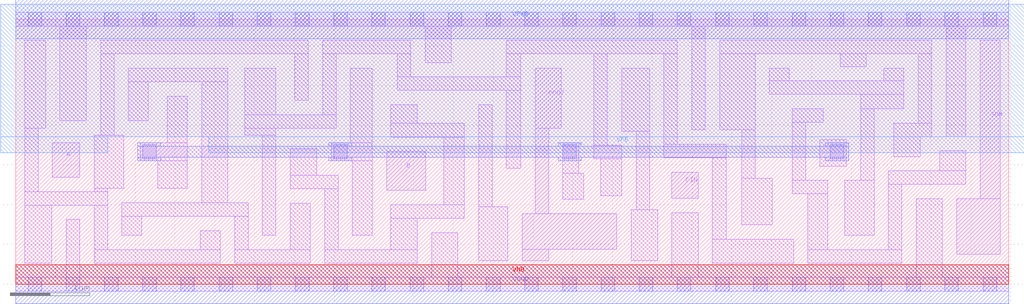
<source format=lef>
# Copyright 2020 The SkyWater PDK Authors
#
# Licensed under the Apache License, Version 2.0 (the "License");
# you may not use this file except in compliance with the License.
# You may obtain a copy of the License at
#
#     https://www.apache.org/licenses/LICENSE-2.0
#
# Unless required by applicable law or agreed to in writing, software
# distributed under the License is distributed on an "AS IS" BASIS,
# WITHOUT WARRANTIES OR CONDITIONS OF ANY KIND, either express or implied.
# See the License for the specific language governing permissions and
# limitations under the License.
#
# SPDX-License-Identifier: Apache-2.0

VERSION 5.7 ;
  NOWIREEXTENSIONATPIN ON ;
  DIVIDERCHAR "/" ;
  BUSBITCHARS "[]" ;
MACRO sky130_fd_sc_lp__fahcin_1
  CLASS CORE ;
  FOREIGN sky130_fd_sc_lp__fahcin_1 ;
  ORIGIN  0.000000  0.000000 ;
  SIZE  12.48000 BY  3.330000 ;
  SYMMETRY X Y R90 ;
  SITE unit ;
  PIN A
    ANTENNAGATEAREA  0.315000 ;
    DIRECTION INPUT ;
    USE SIGNAL ;
    PORT
      LAYER li1 ;
        RECT 0.460000 1.345000 0.805000 1.780000 ;
    END
  END A
  PIN B
    ANTENNAGATEAREA  0.759000 ;
    DIRECTION INPUT ;
    USE SIGNAL ;
    PORT
      LAYER li1 ;
        RECT 4.660000 1.180000 5.155000 1.670000 ;
    END
  END B
  PIN CIN
    ANTENNAGATEAREA  0.561000 ;
    DIRECTION INPUT ;
    USE SIGNAL ;
    PORT
      LAYER li1 ;
        RECT 8.245000 1.080000 8.575000 1.410000 ;
    END
  END CIN
  PIN COUT
    ANTENNADIFFAREA  1.564400 ;
    DIRECTION OUTPUT ;
    USE SIGNAL ;
    PORT
      LAYER li1 ;
        RECT 6.365000 0.295000 6.695000 0.440000 ;
        RECT 6.365000 0.440000 7.555000 0.885000 ;
        RECT 6.525000 0.885000 6.695000 1.960000 ;
        RECT 6.525000 1.960000 6.855000 2.715000 ;
    END
  END COUT
  PIN SUM
    ANTENNADIFFAREA  0.592200 ;
    DIRECTION OUTPUT ;
    USE SIGNAL ;
    PORT
      LAYER li1 ;
        RECT 11.825000 0.375000 12.370000 1.075000 ;
        RECT 12.120000 1.075000 12.370000 3.065000 ;
    END
  END SUM
  PIN VGND
    DIRECTION INOUT ;
    USE GROUND ;
    PORT
      LAYER met1 ;
        RECT 0.000000 -0.245000 12.480000 0.245000 ;
    END
  END VGND
  PIN VNB
    DIRECTION INOUT ;
    USE GROUND ;
    PORT
      LAYER pwell ;
        RECT 0.000000 0.000000 12.480000 0.245000 ;
    END
  END VNB
  PIN VPB
    DIRECTION INOUT ;
    USE POWER ;
    PORT
      LAYER nwell ;
        RECT -0.190000 1.655000  1.155000 1.855000 ;
        RECT -0.190000 1.855000 12.670000 3.520000 ;
        RECT  2.425000 1.655000 12.670000 1.855000 ;
    END
  END VPB
  PIN VPWR
    DIRECTION INOUT ;
    USE POWER ;
    PORT
      LAYER met1 ;
        RECT 0.000000 3.085000 12.480000 3.575000 ;
    END
  END VPWR
  OBS
    LAYER li1 ;
      RECT  0.000000 -0.085000 12.480000 0.085000 ;
      RECT  0.000000  3.245000 12.480000 3.415000 ;
      RECT  0.110000  0.265000  0.455000 0.995000 ;
      RECT  0.110000  0.995000  1.155000 1.165000 ;
      RECT  0.110000  1.165000  0.280000 1.960000 ;
      RECT  0.110000  1.960000  0.375000 3.065000 ;
      RECT  0.555000  2.055000  0.885000 3.245000 ;
      RECT  0.635000  0.085000  0.805000 0.815000 ;
      RECT  0.985000  0.265000  2.570000 0.435000 ;
      RECT  0.985000  0.435000  1.155000 0.995000 ;
      RECT  0.985000  1.165000  1.155000 1.205000 ;
      RECT  0.985000  1.205000  1.360000 1.875000 ;
      RECT  1.065000  1.875000  1.235000 2.895000 ;
      RECT  1.065000  2.895000  3.675000 3.065000 ;
      RECT  1.335000  0.615000  1.585000 0.855000 ;
      RECT  1.335000  0.855000  2.920000 1.025000 ;
      RECT  1.415000  2.055000  1.665000 2.545000 ;
      RECT  1.415000  2.545000  2.665000 2.715000 ;
      RECT  1.565000  1.550000  2.155000 1.780000 ;
      RECT  1.785000  1.205000  2.155000 1.550000 ;
      RECT  1.905000  1.780000  2.155000 2.365000 ;
      RECT  2.320000  0.435000  2.570000 0.675000 ;
      RECT  2.335000  1.025000  2.665000 2.545000 ;
      RECT  2.750000  0.265000  3.700000 0.435000 ;
      RECT  2.750000  0.435000  2.920000 0.855000 ;
      RECT  2.880000  1.875000  3.270000 1.960000 ;
      RECT  2.880000  1.960000  4.025000 2.130000 ;
      RECT  2.880000  2.130000  3.270000 2.715000 ;
      RECT  3.100000  0.615000  3.270000 1.875000 ;
      RECT  3.450000  0.435000  3.700000 1.020000 ;
      RECT  3.450000  1.200000  4.050000 1.370000 ;
      RECT  3.450000  1.370000  3.780000 1.705000 ;
      RECT  3.505000  2.310000  3.675000 2.895000 ;
      RECT  3.855000  2.130000  4.025000 2.895000 ;
      RECT  3.855000  2.895000  4.965000 3.065000 ;
      RECT  3.880000  0.265000  5.045000 0.435000 ;
      RECT  3.880000  0.435000  4.050000 1.200000 ;
      RECT  3.965000  1.550000  4.480000 1.780000 ;
      RECT  4.205000  1.780000  4.480000 2.715000 ;
      RECT  4.230000  0.615000  4.480000 1.550000 ;
      RECT  4.715000  0.435000  5.045000 0.830000 ;
      RECT  4.715000  0.830000  5.635000 1.000000 ;
      RECT  4.715000  1.850000  5.635000 2.020000 ;
      RECT  4.715000  2.020000  5.045000 2.255000 ;
      RECT  4.795000  2.435000  6.345000 2.605000 ;
      RECT  4.795000  2.605000  4.965000 2.895000 ;
      RECT  5.145000  2.785000  5.475000 3.245000 ;
      RECT  5.225000  0.085000  5.555000 0.650000 ;
      RECT  5.380000  1.000000  5.635000 1.850000 ;
      RECT  5.815000  0.295000  6.185000 0.975000 ;
      RECT  5.815000  0.975000  5.985000 2.255000 ;
      RECT  6.165000  1.455000  6.345000 2.435000 ;
      RECT  6.165000  2.605000  6.345000 2.895000 ;
      RECT  6.165000  2.895000  8.315000 3.065000 ;
      RECT  6.875000  1.065000  7.140000 1.395000 ;
      RECT  6.875000  1.395000  7.075000 1.780000 ;
      RECT  7.265000  1.575000  7.615000 1.745000 ;
      RECT  7.265000  1.745000  7.435000 2.895000 ;
      RECT  7.350000  1.115000  7.615000 1.575000 ;
      RECT  7.615000  1.925000  7.965000 2.715000 ;
      RECT  7.735000  0.295000  8.065000 0.935000 ;
      RECT  7.795000  0.935000  7.965000 1.925000 ;
      RECT  8.145000  1.590000  8.925000 1.760000 ;
      RECT  8.145000  1.760000  8.315000 2.895000 ;
      RECT  8.245000  0.085000  8.575000 0.900000 ;
      RECT  8.495000  1.940000  8.665000 3.245000 ;
      RECT  8.755000  0.265000  9.775000 0.565000 ;
      RECT  8.755000  0.565000  8.925000 1.590000 ;
      RECT  8.845000  1.940000  9.290000 2.895000 ;
      RECT  8.845000  2.895000 11.510000 3.065000 ;
      RECT  9.120000  0.745000  9.505000 1.335000 ;
      RECT  9.120000  1.335000  9.290000 1.940000 ;
      RECT  9.470000  2.385000 11.160000 2.555000 ;
      RECT  9.470000  2.555000  9.720000 2.715000 ;
      RECT  9.755000  1.135000 10.205000 1.305000 ;
      RECT  9.755000  1.305000  9.925000 2.035000 ;
      RECT  9.755000  2.035000 10.150000 2.205000 ;
      RECT  9.955000  0.265000 11.135000 0.435000 ;
      RECT  9.955000  0.435000 10.205000 1.135000 ;
      RECT 10.105000  1.485000 10.435000 1.815000 ;
      RECT 10.360000  2.735000 10.690000 2.895000 ;
      RECT 10.420000  0.615000 10.785000 1.305000 ;
      RECT 10.615000  1.305000 10.785000 2.205000 ;
      RECT 10.615000  2.205000 11.160000 2.385000 ;
      RECT 10.910000  2.555000 11.160000 2.715000 ;
      RECT 10.965000  0.435000 11.135000 1.255000 ;
      RECT 10.965000  1.255000 11.940000 1.425000 ;
      RECT 11.035000  1.605000 11.365000 1.855000 ;
      RECT 11.035000  1.855000 11.510000 2.025000 ;
      RECT 11.315000  0.085000 11.645000 1.075000 ;
      RECT 11.340000  2.025000 11.510000 2.895000 ;
      RECT 11.610000  1.425000 11.940000 1.675000 ;
      RECT 11.690000  1.855000 11.940000 3.245000 ;
    LAYER mcon ;
      RECT  0.155000 -0.085000  0.325000 0.085000 ;
      RECT  0.155000  3.245000  0.325000 3.415000 ;
      RECT  0.635000 -0.085000  0.805000 0.085000 ;
      RECT  0.635000  3.245000  0.805000 3.415000 ;
      RECT  1.115000 -0.085000  1.285000 0.085000 ;
      RECT  1.115000  3.245000  1.285000 3.415000 ;
      RECT  1.595000 -0.085000  1.765000 0.085000 ;
      RECT  1.595000  1.580000  1.765000 1.750000 ;
      RECT  1.595000  3.245000  1.765000 3.415000 ;
      RECT  2.075000 -0.085000  2.245000 0.085000 ;
      RECT  2.075000  3.245000  2.245000 3.415000 ;
      RECT  2.555000 -0.085000  2.725000 0.085000 ;
      RECT  2.555000  3.245000  2.725000 3.415000 ;
      RECT  3.035000 -0.085000  3.205000 0.085000 ;
      RECT  3.035000  3.245000  3.205000 3.415000 ;
      RECT  3.515000 -0.085000  3.685000 0.085000 ;
      RECT  3.515000  3.245000  3.685000 3.415000 ;
      RECT  3.995000 -0.085000  4.165000 0.085000 ;
      RECT  3.995000  1.580000  4.165000 1.750000 ;
      RECT  3.995000  3.245000  4.165000 3.415000 ;
      RECT  4.475000 -0.085000  4.645000 0.085000 ;
      RECT  4.475000  3.245000  4.645000 3.415000 ;
      RECT  4.955000 -0.085000  5.125000 0.085000 ;
      RECT  4.955000  3.245000  5.125000 3.415000 ;
      RECT  5.435000 -0.085000  5.605000 0.085000 ;
      RECT  5.435000  3.245000  5.605000 3.415000 ;
      RECT  5.915000 -0.085000  6.085000 0.085000 ;
      RECT  5.915000  3.245000  6.085000 3.415000 ;
      RECT  6.395000 -0.085000  6.565000 0.085000 ;
      RECT  6.395000  3.245000  6.565000 3.415000 ;
      RECT  6.875000 -0.085000  7.045000 0.085000 ;
      RECT  6.875000  1.580000  7.045000 1.750000 ;
      RECT  6.875000  3.245000  7.045000 3.415000 ;
      RECT  7.355000 -0.085000  7.525000 0.085000 ;
      RECT  7.355000  3.245000  7.525000 3.415000 ;
      RECT  7.835000 -0.085000  8.005000 0.085000 ;
      RECT  7.835000  3.245000  8.005000 3.415000 ;
      RECT  8.315000 -0.085000  8.485000 0.085000 ;
      RECT  8.315000  3.245000  8.485000 3.415000 ;
      RECT  8.795000 -0.085000  8.965000 0.085000 ;
      RECT  8.795000  3.245000  8.965000 3.415000 ;
      RECT  9.275000 -0.085000  9.445000 0.085000 ;
      RECT  9.275000  3.245000  9.445000 3.415000 ;
      RECT  9.755000 -0.085000  9.925000 0.085000 ;
      RECT  9.755000  3.245000  9.925000 3.415000 ;
      RECT 10.235000 -0.085000 10.405000 0.085000 ;
      RECT 10.235000  1.580000 10.405000 1.750000 ;
      RECT 10.235000  3.245000 10.405000 3.415000 ;
      RECT 10.715000 -0.085000 10.885000 0.085000 ;
      RECT 10.715000  3.245000 10.885000 3.415000 ;
      RECT 11.195000 -0.085000 11.365000 0.085000 ;
      RECT 11.195000  3.245000 11.365000 3.415000 ;
      RECT 11.675000 -0.085000 11.845000 0.085000 ;
      RECT 11.675000  3.245000 11.845000 3.415000 ;
      RECT 12.155000 -0.085000 12.325000 0.085000 ;
      RECT 12.155000  3.245000 12.325000 3.415000 ;
    LAYER met1 ;
      RECT  1.535000 1.550000  1.825000 1.595000 ;
      RECT  1.535000 1.595000 10.465000 1.735000 ;
      RECT  1.535000 1.735000  1.825000 1.780000 ;
      RECT  3.935000 1.550000  4.225000 1.595000 ;
      RECT  3.935000 1.735000  4.225000 1.780000 ;
      RECT  6.815000 1.550000  7.105000 1.595000 ;
      RECT  6.815000 1.735000  7.105000 1.780000 ;
      RECT 10.175000 1.550000 10.465000 1.595000 ;
      RECT 10.175000 1.735000 10.465000 1.780000 ;
  END
END sky130_fd_sc_lp__fahcin_1
END LIBRARY

</source>
